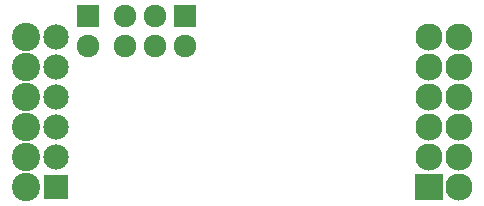
<source format=gbr>
G04 #@! TF.FileFunction,Soldermask,Bot*
%FSLAX46Y46*%
G04 Gerber Fmt 4.6, Leading zero omitted, Abs format (unit mm)*
G04 Created by KiCad (PCBNEW 4.0.2+dfsg1-stable) date mar. 12 sept. 2017 23:56:27 CEST*
%MOMM*%
G01*
G04 APERTURE LIST*
%ADD10C,0.100000*%
%ADD11R,2.400000X2.300000*%
%ADD12C,2.300000*%
%ADD13C,2.150000*%
%ADD14R,2.150000X2.150000*%
%ADD15C,2.400000*%
%ADD16R,1.924000X1.924000*%
%ADD17C,1.924000*%
G04 APERTURE END LIST*
D10*
D11*
X167309800Y-111350000D03*
D12*
X167309800Y-108810000D03*
X167309800Y-106270000D03*
X167309800Y-103730000D03*
X167309800Y-101190000D03*
X167309800Y-98650000D03*
X169849800Y-111350000D03*
X169849800Y-108810000D03*
X169849800Y-106270000D03*
X169849800Y-103730000D03*
X169849800Y-101190000D03*
X169849800Y-98650000D03*
D13*
X135724900Y-98650000D03*
X135724900Y-101190000D03*
X135724900Y-103730000D03*
X135724900Y-106270000D03*
X135724900Y-108810000D03*
D14*
X135724900Y-111350000D03*
D15*
X133184900Y-98650000D03*
X133184900Y-101190000D03*
X133184900Y-103730000D03*
X133184900Y-106270000D03*
X133184900Y-108810000D03*
X133184900Y-111350000D03*
D16*
X138417300Y-96850200D03*
D17*
X138417300Y-99390200D03*
D16*
X146710400Y-96850200D03*
D17*
X146710400Y-99390200D03*
X144170400Y-96850200D03*
X144170400Y-99390200D03*
X141630400Y-96850200D03*
X141630400Y-99390200D03*
M02*

</source>
